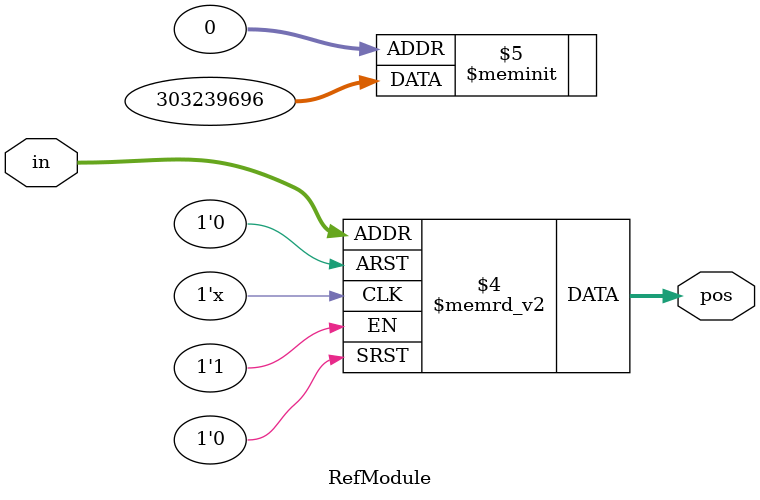
<source format=sv>

module RefModule (
  input [3:0] in,
  output reg [1:0] pos
);

  always @(*) begin
    case (in)
      4'h0: pos = 2'h0;
      4'h1: pos = 2'h0;
      4'h2: pos = 2'h1;
      4'h3: pos = 2'h0;
      4'h4: pos = 2'h2;
      4'h5: pos = 2'h0;
      4'h6: pos = 2'h1;
      4'h7: pos = 2'h0;
      4'h8: pos = 2'h3;
      4'h9: pos = 2'h0;
      4'ha: pos = 2'h1;
      4'hb: pos = 2'h0;
      4'hc: pos = 2'h2;
      4'hd: pos = 2'h0;
      4'he: pos = 2'h1;
      4'hf: pos = 2'h0;
      default: pos = 2'b0;
    endcase
  end

endmodule


</source>
